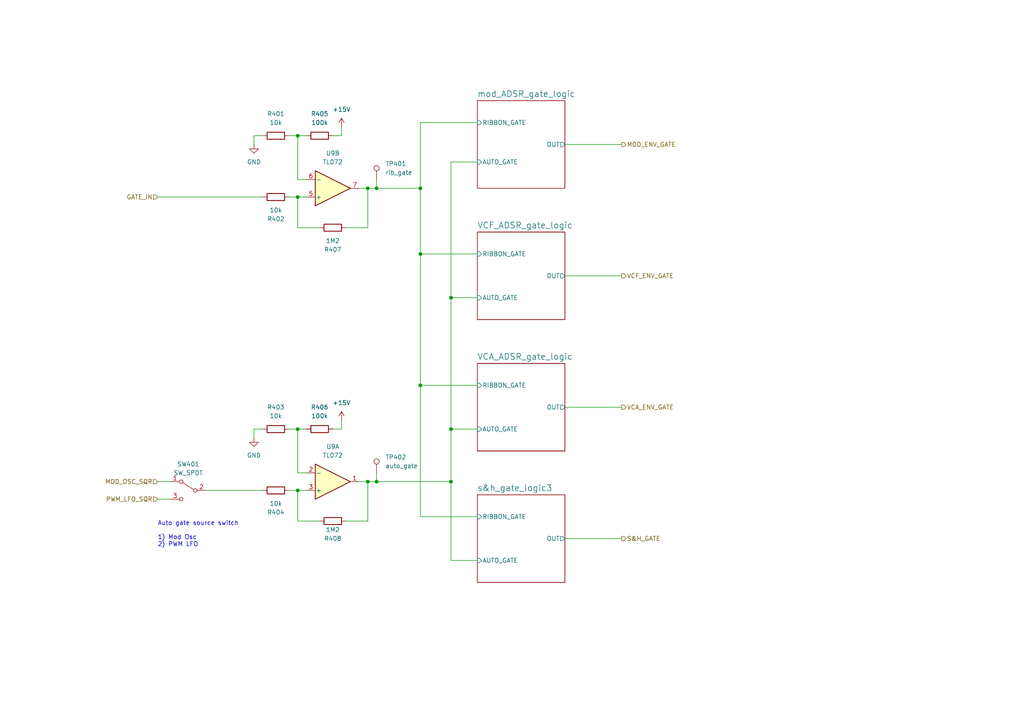
<source format=kicad_sch>
(kicad_sch (version 20230121) (generator eeschema)
  (paper "A4")
  (title_block (title "Josh Ox Ribbon Synth Ribbon board") (date "2023-09-03") (rev "1.1") (comment 1 "creativecommons.org/licences/by/4.0") (comment 2 "license: CC by 4.0") (comment 3 "Author: Jordan Aceto"))
  (lib_symbols
    (symbol "Amplifier_Operational:TL072" (pin_names (offset 0.127))
      (property "Reference" "U" (at 0 5.08 0))
      (property "Value" "TL072" (at 0 -5.08 0))
      (symbol "TL072_1_1"
        (polyline (pts (xy -5.08 5.08) (xy 5.08 0) (xy -5.08 -5.08) (xy -5.08 5.08)) (stroke (width 0.254)) (fill (type background)))
        (pin output line (at 7.62 0 180) (length 2.54) (name "~") (number "1"))
        (pin input line (at -7.62 -2.54 0) (length 2.54) (name "-") (number "2"))
        (pin input line (at -7.62 2.54 0) (length 2.54) (name "+") (number "3"))
      )
      (symbol "TL072_2_1"
        (polyline (pts (xy -5.08 5.08) (xy 5.08 0) (xy -5.08 -5.08) (xy -5.08 5.08)) (stroke (width 0.254)) (fill (type background)))
        (pin input line (at -7.62 2.54 0) (length 2.54) (name "+") (number "5"))
        (pin input line (at -7.62 -2.54 0) (length 2.54) (name "-") (number "6"))
        (pin output line (at 7.62 0 180) (length 2.54) (name "~") (number "7"))
      )
      (symbol "TL072_3_1"
        (pin power_in line (at -2.54 -7.62 90) (length 3.81) (name "V-") (number "4"))
        (pin power_in line (at -2.54 7.62 270) (length 3.81) (name "V+") (number "8"))
      )
    )
    (symbol "Connector:TestPoint" (pin_numbers hide) (pin_names (offset 0.762) hide)
      (property "Reference" "TP" (at 0 6.858 0))
      (property "Value" "TestPoint" (at 0 5.08 0))
      (symbol "TestPoint_0_1"
        (circle (center 0 3.302) (radius 0.762))
      )
      (symbol "TestPoint_1_1"
        (pin passive line (at 0 0 90) (length 2.54) (name "1") (number "1"))
      )
    )
    (symbol "Device:R" (pin_numbers hide) (pin_names (offset 0))
      (property "Reference" "R" (at 2.032 0 90))
      (property "Value" "R" (at 0 0 90))
      (symbol "R_0_1"
        (rectangle (start -1.016 -2.54) (end 1.016 2.54) (stroke (width 0.254)))
      )
      (symbol "R_1_1"
        (pin passive line (at 0 3.81 270) (length 1.27) (name "~") (number "1"))
        (pin passive line (at 0 -3.81 90) (length 1.27) (name "~") (number "2"))
      )
    )
    (symbol "Switch:SW_SPDT" (pin_names (offset 0) hide)
      (property "Reference" "SW" (at 0 4.318 0))
      (property "Value" "SW_SPDT" (at 0 -5.08 0))
      (symbol "SW_SPDT_0_0"
        (circle (center -2.032 0) (radius 0.508))
        (circle (center 2.032 -2.54) (radius 0.508))
      )
      (symbol "SW_SPDT_0_1"
        (polyline (pts (xy -1.524 0.254) (xy 1.651 2.286)))
        (circle (center 2.032 2.54) (radius 0.508))
      )
      (symbol "SW_SPDT_1_1"
        (pin passive line (at 5.08 2.54 180) (length 2.54) (name "A") (number "1"))
        (pin passive line (at -5.08 0 0) (length 2.54) (name "B") (number "2"))
        (pin passive line (at 5.08 -2.54 180) (length 2.54) (name "C") (number "3"))
      )
    )
    (symbol "power:+15V" (power) (pin_names (offset 0))
      (property "Value" "+15V" (at 0 3.556 0))
      (symbol "+15V_0_1"
        (polyline (pts (xy -0.762 1.27) (xy 0 2.54)))
        (polyline (pts (xy 0 0) (xy 0 2.54)))
        (polyline (pts (xy 0 2.54) (xy 0.762 1.27)))
      )
      (symbol "+15V_1_1"
        (pin power_in line (at 0 0 90) (length 0) hide (name "+15V") (number "1"))
      )
    )
    (symbol "power:GND" (power) (pin_names (offset 0))
      (property "Value" "GND" (at 0 -3.81 0))
      (symbol "GND_0_1"
        (polyline (pts (xy 0 0) (xy 0 -1.27) (xy 1.27 -1.27) (xy 0 -2.54) (xy -1.27 -1.27) (xy 0 -1.27)))
      )
      (symbol "GND_1_1"
        (pin power_in line (at 0 0 270) (length 0) hide (name "GND") (number "1"))
      )
    )
  )
  (junction (at 86.36 124.46))
  (junction (at 121.92 54.61))
  (junction (at 106.68 139.7))
  (junction (at 86.36 57.15))
  (junction (at 130.81 124.46))
  (junction (at 86.36 39.37))
  (junction (at 121.92 111.76))
  (junction (at 109.22 139.7))
  (junction (at 106.68 54.61))
  (junction (at 121.92 73.66))
  (junction (at 86.36 142.24))
  (junction (at 130.81 139.7))
  (junction (at 130.81 86.36))
  (junction (at 109.22 54.61))
  (wire (pts (xy 109.22 54.61) (xy 121.92 54.61)))
  (wire (pts (xy 130.81 46.99) (xy 130.81 86.36)))
  (wire (pts (xy 121.92 111.76) (xy 138.43 111.76)))
  (wire (pts (xy 86.36 39.37) (xy 88.9 39.37)))
  (wire (pts (xy 130.81 139.7) (xy 130.81 162.56)))
  (wire (pts (xy 73.66 124.46) (xy 76.2 124.46)))
  (wire (pts (xy 83.82 142.24) (xy 86.36 142.24)))
  (wire (pts (xy 73.66 39.37) (xy 76.2 39.37)))
  (wire (pts (xy 163.83 156.21) (xy 180.34 156.21)))
  (wire (pts (xy 86.36 52.07) (xy 88.9 52.07)))
  (wire (pts (xy 86.36 66.04) (xy 86.36 57.15)))
  (wire (pts (xy 163.83 118.11) (xy 180.34 118.11)))
  (wire (pts (xy 163.83 41.91) (xy 180.34 41.91)))
  (wire (pts (xy 83.82 124.46) (xy 86.36 124.46)))
  (wire (pts (xy 73.66 41.91) (xy 73.66 39.37)))
  (wire (pts (xy 106.68 139.7) (xy 106.68 151.13)))
  (wire (pts (xy 104.14 54.61) (xy 106.68 54.61)))
  (wire (pts (xy 45.72 144.78) (xy 49.53 144.78)))
  (wire (pts (xy 99.06 124.46) (xy 96.52 124.46)))
  (wire (pts (xy 45.72 139.7) (xy 49.53 139.7)))
  (wire (pts (xy 138.43 35.56) (xy 121.92 35.56)))
  (wire (pts (xy 99.06 39.37) (xy 96.52 39.37)))
  (wire (pts (xy 130.81 86.36) (xy 130.81 124.46)))
  (wire (pts (xy 86.36 124.46) (xy 86.36 137.16)))
  (wire (pts (xy 92.71 66.04) (xy 86.36 66.04)))
  (wire (pts (xy 109.22 52.07) (xy 109.22 54.61)))
  (wire (pts (xy 130.81 124.46) (xy 138.43 124.46)))
  (wire (pts (xy 121.92 73.66) (xy 121.92 111.76)))
  (wire (pts (xy 138.43 46.99) (xy 130.81 46.99)))
  (wire (pts (xy 106.68 54.61) (xy 106.68 66.04)))
  (wire (pts (xy 73.66 127) (xy 73.66 124.46)))
  (wire (pts (xy 106.68 66.04) (xy 100.33 66.04)))
  (wire (pts (xy 86.36 57.15) (xy 88.9 57.15)))
  (wire (pts (xy 104.14 139.7) (xy 106.68 139.7)))
  (wire (pts (xy 106.68 151.13) (xy 100.33 151.13)))
  (wire (pts (xy 86.36 124.46) (xy 88.9 124.46)))
  (wire (pts (xy 83.82 57.15) (xy 86.36 57.15)))
  (wire (pts (xy 106.68 54.61) (xy 109.22 54.61)))
  (wire (pts (xy 86.36 151.13) (xy 86.36 142.24)))
  (wire (pts (xy 106.68 139.7) (xy 109.22 139.7)))
  (wire (pts (xy 99.06 121.92) (xy 99.06 124.46)))
  (wire (pts (xy 121.92 149.86) (xy 138.43 149.86)))
  (wire (pts (xy 99.06 36.83) (xy 99.06 39.37)))
  (wire (pts (xy 45.72 57.15) (xy 76.2 57.15)))
  (wire (pts (xy 109.22 137.16) (xy 109.22 139.7)))
  (wire (pts (xy 83.82 39.37) (xy 86.36 39.37)))
  (wire (pts (xy 130.81 86.36) (xy 138.43 86.36)))
  (wire (pts (xy 121.92 73.66) (xy 138.43 73.66)))
  (wire (pts (xy 121.92 35.56) (xy 121.92 54.61)))
  (wire (pts (xy 86.36 39.37) (xy 86.36 52.07)))
  (wire (pts (xy 163.83 80.01) (xy 180.34 80.01)))
  (wire (pts (xy 86.36 137.16) (xy 88.9 137.16)))
  (wire (pts (xy 59.69 142.24) (xy 76.2 142.24)))
  (wire (pts (xy 130.81 162.56) (xy 138.43 162.56)))
  (wire (pts (xy 109.22 139.7) (xy 130.81 139.7)))
  (wire (pts (xy 86.36 142.24) (xy 88.9 142.24)))
  (wire (pts (xy 130.81 124.46) (xy 130.81 139.7)))
  (wire (pts (xy 121.92 111.76) (xy 121.92 149.86)))
  (wire (pts (xy 121.92 54.61) (xy 121.92 73.66)))
  (wire (pts (xy 92.71 151.13) (xy 86.36 151.13)))
  (text "Auto gate source switch\n\n1) Mod Osc\n2) PWM LFO" (at 45.72 158.75 0) (effects (font (size 1.27 1.27)) (justify left bottom)))
  (hierarchical_label "VCF_ENV_GATE" (shape output) (at 180.34 80.01 0))
  (hierarchical_label "MOD_ENV_GATE" (shape output) (at 180.34 41.91 0))
  (hierarchical_label "VCA_ENV_GATE" (shape output) (at 180.34 118.11 0))
  (hierarchical_label "PWM_LFO_SQR" (shape input) (at 45.72 144.78 180))
  (hierarchical_label "S&H_GATE" (shape output) (at 180.34 156.21 0))
  (hierarchical_label "GATE_IN" (shape input) (at 45.72 57.15 180))
  (hierarchical_label "MOD_OSC_SQR" (shape input) (at 45.72 139.7 180))
  (symbol (lib_id "Amplifier_Operational:TL072") (at 96.52 54.61 0) (mirror x) (unit 2)
    (property "Reference" "U9" (at 96.52 44.45 0))
    (property "Value" "TL072" (at 96.52 46.99 0))
    (property "Footprint" "Package_SO:SOIC-8_3.9x4.9mm_P1.27mm" (effects hide))
    (property "Datasheet" "http://www.ti.com/lit/ds/symlink/tl071.pdf" (effects hide))
  )
  (symbol (lib_id "Device:R") (at 80.01 124.46 90) (mirror x) (unit 1)
    (property "Reference" "R403" (at 80.01 118.11 90))
    (property "Value" "10k" (at 80.01 120.65 90))
    (property "Footprint" "Resistor_SMD:R_0805_2012Metric" (effects hide))
  )
  (symbol (lib_id "Device:R") (at 80.01 39.37 90) (mirror x) (unit 1)
    (property "Reference" "R401" (at 80.01 33.02 90))
    (property "Value" "10k" (at 80.01 35.56 90))
    (property "Footprint" "Resistor_SMD:R_0805_2012Metric" (effects hide))
  )
  (symbol (lib_id "Switch:SW_SPDT") (at 54.61 142.24 0) (mirror y) (unit 1)
    (property "Reference" "SW401" (at 54.61 134.62 0))
    (property "Value" "SW_SPDT" (at 54.61 137.16 0))
    (property "Footprint" "custom_footprints:SPDT_mini_toggle" (effects hide))
  )
  (symbol (lib_id "Device:R") (at 96.52 151.13 90) (unit 1)
    (property "Reference" "R408" (at 96.52 156.21 90))
    (property "Value" "1M2" (at 96.52 153.67 90))
    (property "Footprint" "Resistor_SMD:R_0805_2012Metric" (effects hide))
  )
  (symbol (lib_id "Device:R") (at 80.01 57.15 90) (mirror x) (unit 1)
    (property "Reference" "R402" (at 80.01 63.5 90))
    (property "Value" "10k" (at 80.01 60.96 90))
    (property "Footprint" "Resistor_SMD:R_0805_2012Metric" (effects hide))
  )
  (symbol (lib_id "Connector:TestPoint") (at 109.22 52.07 0) (unit 1) (in_bom no)
    (property "Reference" "TP401" (at 111.76 47.4979 0) (effects (justify left)))
    (property "Value" "rib_gate" (at 111.76 50.0379 0) (effects (justify left)))
    (property "Footprint" "TestPoint:TestPoint_Keystone_5000-5004_Miniature" (effects hide))
  )
  (symbol (lib_id "Device:R") (at 92.71 124.46 90) (mirror x) (unit 1)
    (property "Reference" "R406" (at 92.71 118.11 90))
    (property "Value" "100k" (at 92.71 120.65 90))
    (property "Footprint" "Resistor_SMD:R_0805_2012Metric" (effects hide))
  )
  (symbol (lib_id "power:+15V") (at 99.06 36.83 0) (unit 1)
    (property "Reference" "#PWR0403" (effects hide))
    (property "Value" "+15V" (at 99.06 31.75 0))
  )
  (symbol (lib_id "Amplifier_Operational:TL072") (at 96.52 139.7 0) (mirror x) (unit 1)
    (property "Reference" "U9" (at 96.52 129.54 0))
    (property "Value" "TL072" (at 96.52 132.08 0))
    (property "Footprint" "Package_SO:SOIC-8_3.9x4.9mm_P1.27mm" (effects hide))
    (property "Datasheet" "http://www.ti.com/lit/ds/symlink/tl071.pdf" (effects hide))
  )
  (symbol (lib_id "power:GND") (at 73.66 41.91 0) (mirror y) (unit 1)
    (property "Reference" "#PWR0401" (effects hide))
    (property "Value" "GND" (at 73.66 46.99 0))
  )
  (symbol (lib_id "power:GND") (at 73.66 127 0) (mirror y) (unit 1)
    (property "Reference" "#PWR0402" (effects hide))
    (property "Value" "GND" (at 73.66 132.08 0))
  )
  (symbol (lib_id "Device:R") (at 92.71 39.37 90) (mirror x) (unit 1)
    (property "Reference" "R405" (at 92.71 33.02 90))
    (property "Value" "100k" (at 92.71 35.56 90))
    (property "Footprint" "Resistor_SMD:R_0805_2012Metric" (effects hide))
  )
  (symbol (lib_id "power:+15V") (at 99.06 121.92 0) (unit 1)
    (property "Reference" "#PWR0404" (effects hide))
    (property "Value" "+15V" (at 99.06 116.84 0))
  )
  (symbol (lib_id "Device:R") (at 80.01 142.24 90) (mirror x) (unit 1)
    (property "Reference" "R404" (at 80.01 148.59 90))
    (property "Value" "10k" (at 80.01 146.05 90))
    (property "Footprint" "Resistor_SMD:R_0805_2012Metric" (effects hide))
  )
  (symbol (lib_id "Device:R") (at 96.52 66.04 90) (unit 1)
    (property "Reference" "R407" (at 96.52 72.39 90))
    (property "Value" "1M2" (at 96.52 69.85 90))
    (property "Footprint" "Resistor_SMD:R_0805_2012Metric" (effects hide))
  )
  (symbol (lib_id "Connector:TestPoint") (at 109.22 137.16 0) (unit 1) (in_bom no)
    (property "Reference" "TP402" (at 111.76 132.5879 0) (effects (justify left)))
    (property "Value" "auto_gate" (at 111.76 135.1279 0) (effects (justify left)))
    (property "Footprint" "TestPoint:TestPoint_Keystone_5000-5004_Miniature" (effects hide))
  )
  (sheet (at 138.43 29.21) (size 25.4 25.4) (stroke (width 0.1524))
    (property "Sheetname" "mod_ADSR_gate_logic" (at 138.43 28.2584 0) (effects (font (size 1.75 1.75)) (justify left bottom)))
    (property "Sheetfile" "gate_logic.kicad_sch" (effects hide))
    (pin "OUT" output (at 163.83 41.91 0))
    (pin "AUTO_GATE" input (at 138.43 46.99 180))
    (pin "RIBBON_GATE" input (at 138.43 35.56 180))
  )
  (sheet (at 138.43 143.51) (size 25.4 25.4) (stroke (width 0.1524))
    (property "Sheetname" "s&h_gate_logic3" (at 138.43 142.5584 0) (effects (font (size 1.75 1.75)) (justify left bottom)))
    (property "Sheetfile" "gate_logic.kicad_sch" (effects hide))
    (pin "OUT" output (at 163.83 156.21 0))
    (pin "AUTO_GATE" input (at 138.43 162.56 180))
    (pin "RIBBON_GATE" input (at 138.43 149.86 180))
  )
  (sheet (at 138.43 67.31) (size 25.4 25.4) (stroke (width 0.1524))
    (property "Sheetname" "VCF_ADSR_gate_logic" (at 138.43 66.3584 0) (effects (font (size 1.75 1.75)) (justify left bottom)))
    (property "Sheetfile" "gate_logic.kicad_sch" (effects hide))
    (pin "OUT" output (at 163.83 80.01 0))
    (pin "AUTO_GATE" input (at 138.43 86.36 180))
    (pin "RIBBON_GATE" input (at 138.43 73.66 180))
  )
  (sheet (at 138.43 105.41) (size 25.4 25.4) (stroke (width 0.1524))
    (property "Sheetname" "VCA_ADSR_gate_logic" (at 138.43 104.4584 0) (effects (font (size 1.75 1.75)) (justify left bottom)))
    (property "Sheetfile" "gate_logic.kicad_sch" (effects hide))
    (pin "OUT" output (at 163.83 118.11 0))
    (pin "AUTO_GATE" input (at 138.43 124.46 180))
    (pin "RIBBON_GATE" input (at 138.43 111.76 180))
  )
)
</source>
